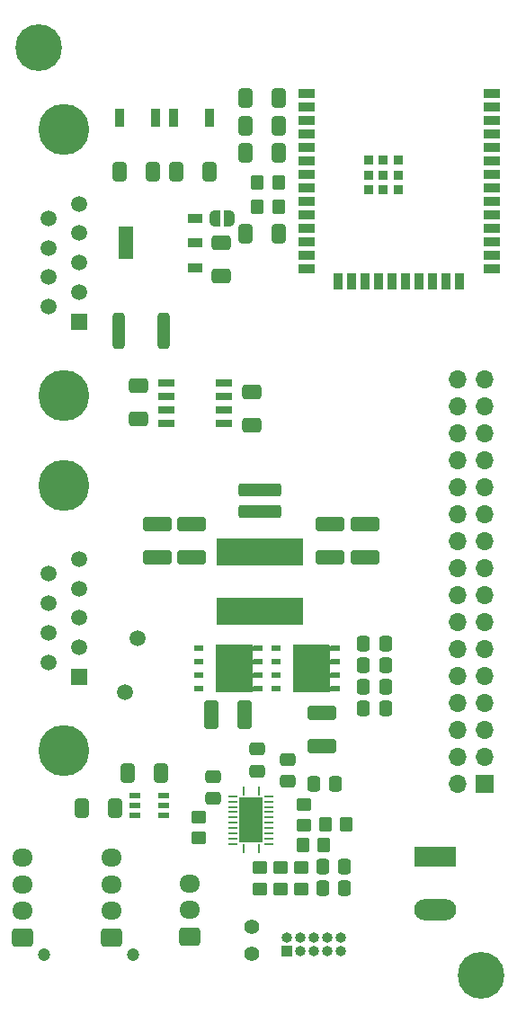
<source format=gbr>
%TF.GenerationSoftware,KiCad,Pcbnew,7.0.10-7.0.10~ubuntu23.10.1*%
%TF.CreationDate,2024-02-11T17:41:29+01:00*%
%TF.ProjectId,mainBoard,6d61696e-426f-4617-9264-2e6b69636164,rev?*%
%TF.SameCoordinates,Original*%
%TF.FileFunction,Soldermask,Top*%
%TF.FilePolarity,Negative*%
%FSLAX46Y46*%
G04 Gerber Fmt 4.6, Leading zero omitted, Abs format (unit mm)*
G04 Created by KiCad (PCBNEW 7.0.10-7.0.10~ubuntu23.10.1) date 2024-02-11 17:41:29*
%MOMM*%
%LPD*%
G01*
G04 APERTURE LIST*
G04 Aperture macros list*
%AMRoundRect*
0 Rectangle with rounded corners*
0 $1 Rounding radius*
0 $2 $3 $4 $5 $6 $7 $8 $9 X,Y pos of 4 corners*
0 Add a 4 corners polygon primitive as box body*
4,1,4,$2,$3,$4,$5,$6,$7,$8,$9,$2,$3,0*
0 Add four circle primitives for the rounded corners*
1,1,$1+$1,$2,$3*
1,1,$1+$1,$4,$5*
1,1,$1+$1,$6,$7*
1,1,$1+$1,$8,$9*
0 Add four rect primitives between the rounded corners*
20,1,$1+$1,$2,$3,$4,$5,0*
20,1,$1+$1,$4,$5,$6,$7,0*
20,1,$1+$1,$6,$7,$8,$9,0*
20,1,$1+$1,$8,$9,$2,$3,0*%
%AMFreePoly0*
4,1,19,0.000000,0.744911,0.071157,0.744911,0.207708,0.704816,0.327430,0.627875,0.420627,0.520320,0.479746,0.390866,0.500000,0.250000,0.500000,-0.250000,0.479746,-0.390866,0.420627,-0.520320,0.327430,-0.627875,0.207708,-0.704816,0.071157,-0.744911,0.000000,-0.744911,0.000000,-0.750000,-0.500000,-0.750000,-0.500000,0.750000,0.000000,0.750000,0.000000,0.744911,0.000000,0.744911,
$1*%
%AMFreePoly1*
4,1,19,0.500000,-0.750000,0.000000,-0.750000,0.000000,-0.744911,-0.071157,-0.744911,-0.207708,-0.704816,-0.327430,-0.627875,-0.420627,-0.520320,-0.479746,-0.390866,-0.500000,-0.250000,-0.500000,0.250000,-0.479746,0.390866,-0.420627,0.520320,-0.327430,0.627875,-0.207708,0.704816,-0.071157,0.744911,0.000000,0.744911,0.000000,0.750000,0.500000,0.750000,0.500000,-0.750000,0.500000,-0.750000,
$1*%
G04 Aperture macros list end*
%ADD10FreePoly0,0.000000*%
%ADD11FreePoly1,0.000000*%
%ADD12R,0.910001X0.509999*%
%ADD13RoundRect,0.250000X0.475000X-0.337500X0.475000X0.337500X-0.475000X0.337500X-0.475000X-0.337500X0*%
%ADD14RoundRect,0.250000X-1.100000X0.412500X-1.100000X-0.412500X1.100000X-0.412500X1.100000X0.412500X0*%
%ADD15R,8.200000X2.600000*%
%ADD16RoundRect,0.250000X0.412500X0.650000X-0.412500X0.650000X-0.412500X-0.650000X0.412500X-0.650000X0*%
%ADD17RoundRect,0.250000X0.412500X1.100000X-0.412500X1.100000X-0.412500X-1.100000X0.412500X-1.100000X0*%
%ADD18R,1.700000X1.700000*%
%ADD19O,1.700000X1.700000*%
%ADD20RoundRect,0.250000X-0.350000X-0.450000X0.350000X-0.450000X0.350000X0.450000X-0.350000X0.450000X0*%
%ADD21RoundRect,0.250000X0.350000X0.450000X-0.350000X0.450000X-0.350000X-0.450000X0.350000X-0.450000X0*%
%ADD22RoundRect,0.250000X-0.650000X0.412500X-0.650000X-0.412500X0.650000X-0.412500X0.650000X0.412500X0*%
%ADD23RoundRect,0.250000X0.725000X-0.600000X0.725000X0.600000X-0.725000X0.600000X-0.725000X-0.600000X0*%
%ADD24O,1.950000X1.700000*%
%ADD25C,1.400000*%
%ADD26R,0.900000X1.700000*%
%ADD27RoundRect,0.250000X-0.412500X-0.650000X0.412500X-0.650000X0.412500X0.650000X-0.412500X0.650000X0*%
%ADD28R,1.500000X1.500000*%
%ADD29C,1.500000*%
%ADD30C,4.800000*%
%ADD31C,1.200000*%
%ADD32RoundRect,0.250000X-0.337500X-0.475000X0.337500X-0.475000X0.337500X0.475000X-0.337500X0.475000X0*%
%ADD33R,0.254000X0.812800*%
%ADD34R,0.812800X0.254000*%
%ADD35R,2.209800X4.191000*%
%ADD36RoundRect,0.250000X-0.450000X0.350000X-0.450000X-0.350000X0.450000X-0.350000X0.450000X0.350000X0*%
%ADD37RoundRect,0.250000X0.450000X-0.350000X0.450000X0.350000X-0.450000X0.350000X-0.450000X-0.350000X0*%
%ADD38C,1.515000*%
%ADD39R,0.977900X0.558800*%
%ADD40C,4.400000*%
%ADD41R,1.473200X0.889000*%
%ADD42R,1.473200X3.149600*%
%ADD43R,1.500000X0.900000*%
%ADD44R,0.900000X1.500000*%
%ADD45R,0.900000X0.900000*%
%ADD46R,3.960000X1.980000*%
%ADD47O,3.960000X1.980000*%
%ADD48R,1.000000X1.000000*%
%ADD49O,1.000000X1.000000*%
%ADD50R,1.500000X0.650000*%
%ADD51RoundRect,0.250000X-1.775000X0.350000X-1.775000X-0.350000X1.775000X-0.350000X1.775000X0.350000X0*%
%ADD52RoundRect,0.250000X0.312500X1.450000X-0.312500X1.450000X-0.312500X-1.450000X0.312500X-1.450000X0*%
G04 APERTURE END LIST*
%TO.C,Q2*%
G36*
X145299201Y-107331200D02*
G01*
X145074201Y-107331200D01*
X145074201Y-106921201D01*
X145299201Y-106921201D01*
X145299201Y-107331200D01*
G37*
G36*
X145299201Y-108601203D02*
G01*
X145074201Y-108601203D01*
X145074201Y-108191204D01*
X145299201Y-108191204D01*
X145299201Y-108601203D01*
G37*
G36*
X145299201Y-109871198D02*
G01*
X145074201Y-109871198D01*
X145074201Y-109461199D01*
X145299201Y-109461199D01*
X145299201Y-109871198D01*
G37*
G36*
X145299201Y-111141200D02*
G01*
X145074201Y-111141200D01*
X145074201Y-110731201D01*
X145299201Y-110731201D01*
X145299201Y-111141200D01*
G37*
G36*
X145072186Y-106797203D02*
G01*
X145081978Y-106800175D01*
X145091003Y-106804999D01*
X145098912Y-106811491D01*
X145105404Y-106819400D01*
X145110228Y-106828425D01*
X145113200Y-106838217D01*
X145114203Y-106848402D01*
X145114203Y-111214002D01*
X145113200Y-111224187D01*
X145110228Y-111233979D01*
X145105404Y-111243004D01*
X145098912Y-111250913D01*
X145091003Y-111257405D01*
X145081978Y-111262229D01*
X145072186Y-111265201D01*
X145062001Y-111266201D01*
X141686402Y-111266201D01*
X141676217Y-111265201D01*
X141666425Y-111262229D01*
X141657400Y-111257405D01*
X141649491Y-111250913D01*
X141642998Y-111243004D01*
X141638175Y-111233979D01*
X141635203Y-111224187D01*
X141634202Y-111214002D01*
X141634202Y-106848402D01*
X141635203Y-106838217D01*
X141638175Y-106828425D01*
X141642998Y-106819400D01*
X141649491Y-106811491D01*
X141657400Y-106804999D01*
X141666425Y-106800175D01*
X141676217Y-106797203D01*
X141686402Y-106796203D01*
X145062001Y-106796203D01*
X145072186Y-106797203D01*
G37*
%TO.C,Q1*%
G36*
X152563601Y-107342198D02*
G01*
X152338601Y-107342198D01*
X152338601Y-106932199D01*
X152563601Y-106932199D01*
X152563601Y-107342198D01*
G37*
G36*
X152563601Y-108612201D02*
G01*
X152338601Y-108612201D01*
X152338601Y-108202202D01*
X152563601Y-108202202D01*
X152563601Y-108612201D01*
G37*
G36*
X152563601Y-109882196D02*
G01*
X152338601Y-109882196D01*
X152338601Y-109472197D01*
X152563601Y-109472197D01*
X152563601Y-109882196D01*
G37*
G36*
X152563601Y-111152198D02*
G01*
X152338601Y-111152198D01*
X152338601Y-110742199D01*
X152563601Y-110742199D01*
X152563601Y-111152198D01*
G37*
G36*
X152336586Y-106808201D02*
G01*
X152346378Y-106811173D01*
X152355403Y-106815997D01*
X152363312Y-106822489D01*
X152369804Y-106830398D01*
X152374628Y-106839423D01*
X152377600Y-106849215D01*
X152378603Y-106859400D01*
X152378603Y-111225000D01*
X152377600Y-111235185D01*
X152374628Y-111244977D01*
X152369804Y-111254002D01*
X152363312Y-111261911D01*
X152355403Y-111268403D01*
X152346378Y-111273227D01*
X152336586Y-111276199D01*
X152326401Y-111277199D01*
X148950802Y-111277199D01*
X148940617Y-111276199D01*
X148930825Y-111273227D01*
X148921800Y-111268403D01*
X148913891Y-111261911D01*
X148907398Y-111254002D01*
X148902575Y-111244977D01*
X148899603Y-111235185D01*
X148898602Y-111225000D01*
X148898602Y-106859400D01*
X148899603Y-106849215D01*
X148902575Y-106839423D01*
X148907398Y-106830398D01*
X148913891Y-106822489D01*
X148921800Y-106815997D01*
X148930825Y-106811173D01*
X148940617Y-106808201D01*
X148950802Y-106807201D01*
X152326401Y-106807201D01*
X152336586Y-106808201D01*
G37*
%TD*%
D10*
%TO.C,SJ1*%
X142890000Y-66649600D03*
D11*
X141590000Y-66649600D03*
%TD*%
D12*
%TO.C,Q2*%
X140029199Y-107126202D03*
X140029199Y-108396202D03*
X140029199Y-109666202D03*
X140029199Y-110936202D03*
X145619201Y-110936202D03*
X145619201Y-109666202D03*
X145619201Y-108396202D03*
X145619201Y-107126202D03*
%TD*%
%TO.C,Q1*%
X147293599Y-107137200D03*
X147293599Y-108407200D03*
X147293599Y-109677200D03*
X147293599Y-110947200D03*
X152883601Y-110947200D03*
X152883601Y-109677200D03*
X152883601Y-108407200D03*
X152883601Y-107137200D03*
%TD*%
D13*
%TO.C,C21*%
X145528449Y-118689231D03*
X145528449Y-116614231D03*
%TD*%
D14*
%TO.C,C17*%
X152400000Y-95465500D03*
X152400000Y-98590500D03*
%TD*%
D15*
%TO.C,L1*%
X145796000Y-98038000D03*
X145796000Y-103638000D03*
%TD*%
D16*
%TO.C,C3*%
X147581200Y-57887347D03*
X144456200Y-57887347D03*
%TD*%
D14*
%TO.C,C16*%
X155702000Y-95465500D03*
X155702000Y-98590500D03*
%TD*%
D13*
%TO.C,C22*%
X141376400Y-121281100D03*
X141376400Y-119206100D03*
%TD*%
D17*
%TO.C,C15*%
X144361300Y-113385600D03*
X141236300Y-113385600D03*
%TD*%
D16*
%TO.C,C20*%
X132118500Y-122174000D03*
X128993500Y-122174000D03*
%TD*%
%TO.C,C5*%
X147581200Y-60427347D03*
X144456200Y-60427347D03*
%TD*%
%TO.C,C19*%
X136436500Y-118872000D03*
X133311500Y-118872000D03*
%TD*%
D18*
%TO.C,J8*%
X166983200Y-119863347D03*
D19*
X164443200Y-119863347D03*
X166983200Y-117323347D03*
X164443200Y-117323347D03*
X166983200Y-114783347D03*
X164443200Y-114783347D03*
X166983200Y-112243347D03*
X164443200Y-112243347D03*
X166983200Y-109703347D03*
X164443200Y-109703347D03*
X166983200Y-107163347D03*
X164443200Y-107163347D03*
X166983200Y-104623347D03*
X164443200Y-104623347D03*
X166983200Y-102083347D03*
X164443200Y-102083347D03*
X166983200Y-99543347D03*
X164443200Y-99543347D03*
X166983200Y-97003347D03*
X164443200Y-97003347D03*
X166983200Y-94463347D03*
X164443200Y-94463347D03*
X166983200Y-91923347D03*
X164443200Y-91923347D03*
X166983200Y-89383347D03*
X164443200Y-89383347D03*
X166983200Y-86843347D03*
X164443200Y-86843347D03*
X166983200Y-84303347D03*
X164443200Y-84303347D03*
X166983200Y-81763347D03*
X164443200Y-81763347D03*
%TD*%
D20*
%TO.C,R2*%
X145549200Y-65507347D03*
X147549200Y-65507347D03*
%TD*%
D21*
%TO.C,R8*%
X153945249Y-123717331D03*
X151945249Y-123717331D03*
%TD*%
D22*
%TO.C,C7*%
X145034000Y-83019500D03*
X145034000Y-86144500D03*
%TD*%
D23*
%TO.C,J4*%
X139199200Y-134291347D03*
D24*
X139199200Y-131791347D03*
X139199200Y-129291347D03*
%TD*%
D25*
%TO.C,JP1*%
X145034000Y-133370000D03*
X145034000Y-135910000D03*
%TD*%
D26*
%TO.C,BOOT*%
X132537200Y-57125347D03*
X135937200Y-57125347D03*
%TD*%
D21*
%TO.C,R9*%
X151811649Y-125678131D03*
X149811649Y-125678131D03*
%TD*%
D13*
%TO.C,C24*%
X148424049Y-119654431D03*
X148424049Y-117579431D03*
%TD*%
D27*
%TO.C,C1*%
X132595200Y-62205347D03*
X135720200Y-62205347D03*
%TD*%
D28*
%TO.C,J2*%
X128732200Y-109819347D03*
D29*
X128732200Y-107047347D03*
X128732200Y-104274347D03*
X128732200Y-101502347D03*
X128732200Y-98729347D03*
X125892200Y-108433347D03*
X125892200Y-105660347D03*
X125892200Y-102888347D03*
X125892200Y-100115347D03*
D30*
X127312200Y-116769347D03*
X127312200Y-91779347D03*
%TD*%
D26*
%TO.C,RST*%
X137617200Y-57125347D03*
X141017200Y-57125347D03*
%TD*%
D31*
%TO.C,J5*%
X133833200Y-135941347D03*
D23*
X131833200Y-134341347D03*
D24*
X131833200Y-131841347D03*
X131833200Y-129341347D03*
X131833200Y-126841347D03*
%TD*%
D22*
%TO.C,C8*%
X142113000Y-68922500D03*
X142113000Y-72047500D03*
%TD*%
D32*
%TO.C,C27*%
X151704549Y-129742131D03*
X153779549Y-129742131D03*
%TD*%
D33*
%TO.C,U4*%
X145719650Y-126028731D03*
D34*
X146671449Y-125560932D03*
X146671449Y-125060930D03*
X146671449Y-124560931D03*
X146671449Y-124060932D03*
X146671449Y-123560931D03*
X146671449Y-123060931D03*
X146671449Y-122560930D03*
X146671449Y-122060931D03*
X146671449Y-121560932D03*
X146671449Y-121060930D03*
D33*
X145719650Y-120593131D03*
X144219648Y-120593131D03*
D34*
X143267849Y-121060930D03*
X143267849Y-121560932D03*
X143267849Y-122060931D03*
X143267849Y-122560930D03*
X143267849Y-123060931D03*
X143267849Y-123560931D03*
X143267849Y-124060932D03*
X143267849Y-124560931D03*
X143267849Y-125060930D03*
X143267849Y-125560932D03*
D33*
X144219648Y-126028731D03*
D35*
X144969649Y-123310931D03*
%TD*%
D22*
%TO.C,C6*%
X134366000Y-82384500D03*
X134366000Y-85509500D03*
%TD*%
D14*
%TO.C,C11*%
X136144000Y-95465500D03*
X136144000Y-98590500D03*
%TD*%
D32*
%TO.C,C12*%
X155553500Y-108712000D03*
X157628500Y-108712000D03*
%TD*%
D36*
%TO.C,Rt1*%
X147738249Y-127776931D03*
X147738249Y-129776931D03*
%TD*%
D14*
%TO.C,C26*%
X151638000Y-113245500D03*
X151638000Y-116370500D03*
%TD*%
D28*
%TO.C,J1*%
X128732200Y-76337347D03*
D29*
X128732200Y-73565347D03*
X128732200Y-70792347D03*
X128732200Y-68020347D03*
X128732200Y-65247347D03*
X125892200Y-74951347D03*
X125892200Y-72178347D03*
X125892200Y-69406347D03*
X125892200Y-66633347D03*
D30*
X127312200Y-83287347D03*
X127312200Y-58297347D03*
%TD*%
D14*
%TO.C,C10*%
X139378000Y-95465500D03*
X139378000Y-98590500D03*
%TD*%
D32*
%TO.C,C14*%
X155553500Y-106680000D03*
X157628500Y-106680000D03*
%TD*%
D37*
%TO.C,R7*%
X149897249Y-123802931D03*
X149897249Y-121802931D03*
%TD*%
D38*
%TO.C,F2*%
X133096000Y-111252000D03*
X134296000Y-106172000D03*
%TD*%
D32*
%TO.C,C13*%
X155553500Y-110744000D03*
X157628500Y-110744000D03*
%TD*%
D39*
%TO.C,U3*%
X134016750Y-120969999D03*
X134016750Y-121920000D03*
X134016750Y-122870001D03*
X136747250Y-122870001D03*
X136747250Y-121920000D03*
X136747250Y-120969999D03*
%TD*%
D40*
%TO.C,REF\u002A\u002A*%
X166624000Y-137922000D03*
%TD*%
D24*
%TO.C,J3*%
X123451200Y-126841347D03*
X123451200Y-129341347D03*
X123451200Y-131841347D03*
D23*
X123451200Y-134341347D03*
D31*
X125451200Y-135941347D03*
%TD*%
D32*
%TO.C,C25*%
X151704549Y-127724131D03*
X153779549Y-127724131D03*
%TD*%
D37*
%TO.C,R6*%
X140050000Y-125000000D03*
X140050000Y-123000000D03*
%TD*%
D41*
%TO.C,U2*%
X139661900Y-71261000D03*
X139661900Y-68961000D03*
X139661900Y-66661000D03*
D42*
X133134100Y-68961000D03*
%TD*%
D43*
%TO.C,U1*%
X150147200Y-54839347D03*
X150147200Y-56109347D03*
X150147200Y-57379347D03*
X150147200Y-58649347D03*
X150147200Y-59919347D03*
X150147200Y-61189347D03*
X150147200Y-62459347D03*
X150147200Y-63729347D03*
X150147200Y-64999347D03*
X150147200Y-66269347D03*
X150147200Y-67539347D03*
X150147200Y-68809347D03*
X150147200Y-70079347D03*
X150147200Y-71349347D03*
D44*
X153177200Y-72599347D03*
X154447200Y-72599347D03*
X155717200Y-72599347D03*
X156987200Y-72599347D03*
X158257200Y-72599347D03*
X159527200Y-72599347D03*
X160797200Y-72599347D03*
X162067200Y-72599347D03*
X163337200Y-72599347D03*
X164607200Y-72599347D03*
D43*
X167647200Y-71349347D03*
X167647200Y-70079347D03*
X167647200Y-68809347D03*
X167647200Y-67539347D03*
X167647200Y-66269347D03*
X167647200Y-64999347D03*
X167647200Y-63729347D03*
X167647200Y-62459347D03*
X167647200Y-61189347D03*
X167647200Y-59919347D03*
X167647200Y-58649347D03*
X167647200Y-57379347D03*
X167647200Y-56109347D03*
X167647200Y-54839347D03*
D45*
X155997200Y-61159347D03*
X155997200Y-61159347D03*
X155997200Y-62559347D03*
X155997200Y-63959347D03*
X155997200Y-63959347D03*
X157397200Y-61159347D03*
X157397200Y-62559347D03*
X157397200Y-63959347D03*
X157397200Y-63959347D03*
X158797200Y-61159347D03*
X158797200Y-62559347D03*
X158797200Y-63959347D03*
%TD*%
D37*
%TO.C,R4*%
X145782449Y-129776931D03*
X145782449Y-127776931D03*
%TD*%
D16*
%TO.C,C4*%
X147581200Y-55289347D03*
X144456200Y-55289347D03*
%TD*%
D46*
%TO.C,J7*%
X162306000Y-126746000D03*
D47*
X162306000Y-131746000D03*
%TD*%
D40*
%TO.C,REF\u002A\u002A*%
X124968000Y-50546000D03*
%TD*%
D36*
%TO.C,R5*%
X149694049Y-127776931D03*
X149694049Y-129776931D03*
%TD*%
D48*
%TO.C,J6*%
X148336000Y-135636000D03*
D49*
X148336000Y-134366000D03*
X149606000Y-135636000D03*
X149606000Y-134366000D03*
X150876000Y-135636000D03*
X150876000Y-134366000D03*
X152146000Y-135636000D03*
X152146000Y-134366000D03*
X153416000Y-135636000D03*
X153416000Y-134366000D03*
%TD*%
D27*
%TO.C,C9*%
X144456200Y-68047347D03*
X147581200Y-68047347D03*
%TD*%
%TO.C,C2*%
X137892200Y-62205347D03*
X141017200Y-62205347D03*
%TD*%
D50*
%TO.C,IC1*%
X142407200Y-85954347D03*
X142407200Y-84684347D03*
X142407200Y-83414347D03*
X142407200Y-82144347D03*
X137007200Y-82144347D03*
X137007200Y-83414347D03*
X137007200Y-84684347D03*
X137007200Y-85954347D03*
%TD*%
D51*
%TO.C,R3*%
X145796000Y-92193000D03*
X145796000Y-94243000D03*
%TD*%
D20*
%TO.C,R1*%
X145549200Y-63221347D03*
X147549200Y-63221347D03*
%TD*%
D32*
%TO.C,C18*%
X155553500Y-112776000D03*
X157628500Y-112776000D03*
%TD*%
%TO.C,C23*%
X150840949Y-119937731D03*
X152915949Y-119937731D03*
%TD*%
D52*
%TO.C,F1*%
X136764700Y-77191347D03*
X132489700Y-77191347D03*
%TD*%
M02*

</source>
